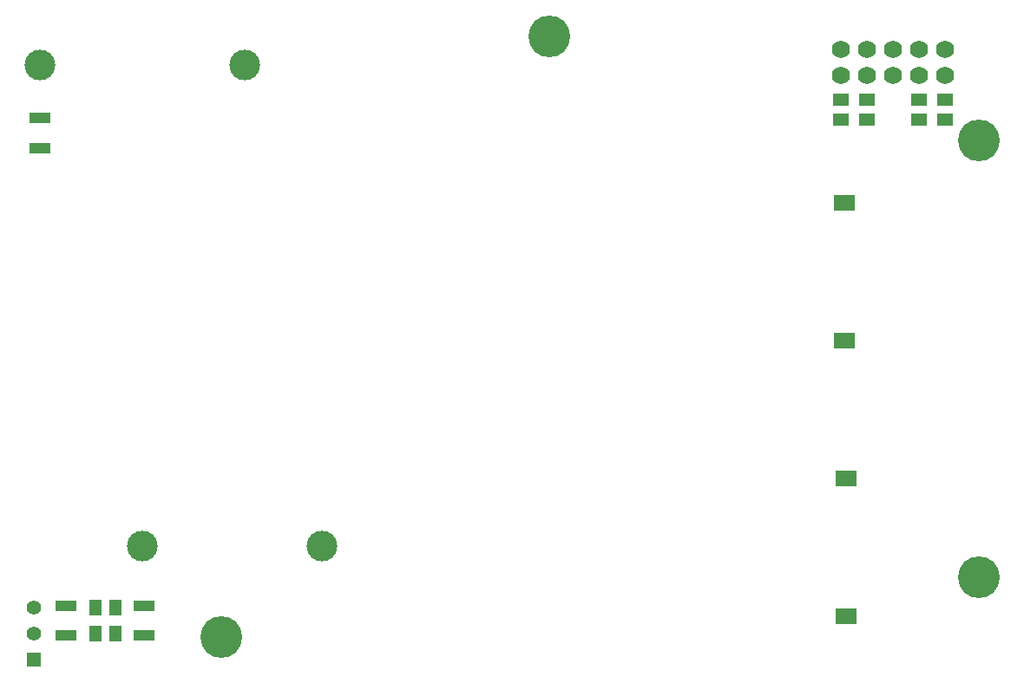
<source format=gbs>
G04 (created by PCBNEW (2013-may-18)-stable) date 2014年04月10日 星期四 23时30分17秒*
%MOIN*%
G04 Gerber Fmt 3.4, Leading zero omitted, Abs format*
%FSLAX34Y34*%
G01*
G70*
G90*
G04 APERTURE LIST*
%ADD10C,0.00590551*%
%ADD11C,0.0693*%
%ADD12R,0.055X0.055*%
%ADD13C,0.055*%
%ADD14R,0.0787402X0.0629921*%
%ADD15C,0.11811*%
%ADD16R,0.059X0.0512*%
%ADD17R,0.0512X0.059*%
%ADD18R,0.0787402X0.0433071*%
%ADD19C,0.16*%
G04 APERTURE END LIST*
G54D10*
G54D11*
X72400Y-30500D03*
X72400Y-31500D03*
X71400Y-30500D03*
X71400Y-31500D03*
X70400Y-30500D03*
X70400Y-31500D03*
X69400Y-30500D03*
X69400Y-31500D03*
X68400Y-30500D03*
X68400Y-31500D03*
G54D12*
X37400Y-53950D03*
G54D13*
X37400Y-52950D03*
X37400Y-51950D03*
G54D14*
X68600Y-47000D03*
X68550Y-41700D03*
X68600Y-52300D03*
X68550Y-36400D03*
G54D15*
X48462Y-49592D03*
X41572Y-49592D03*
X45509Y-31088D03*
X37635Y-31088D03*
G54D16*
X72400Y-33175D03*
X72400Y-32425D03*
X71400Y-33175D03*
X71400Y-32425D03*
X69400Y-33175D03*
X69400Y-32425D03*
G54D17*
X39775Y-51950D03*
X40525Y-51950D03*
X39775Y-52950D03*
X40525Y-52950D03*
G54D16*
X68400Y-33175D03*
X68400Y-32425D03*
G54D18*
X41650Y-51879D03*
X41650Y-53020D03*
X38650Y-51879D03*
X38650Y-53020D03*
X37650Y-34270D03*
X37650Y-33129D03*
G54D19*
X73700Y-34000D03*
X73700Y-50800D03*
X57200Y-30000D03*
X44600Y-53100D03*
M02*

</source>
